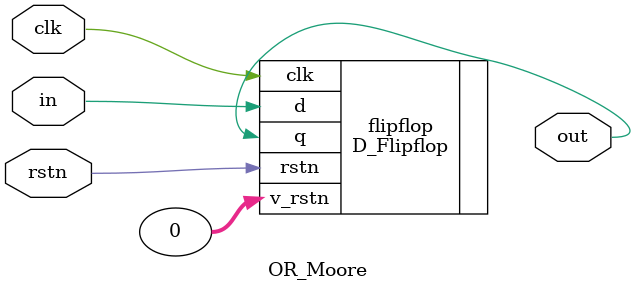
<source format=v>
`timescale 1ns / 1ps


module OR_Moore(
    input in,
    input clk,
    input rstn,
    output out
    );
    D_Flipflop flipflop(
        .d (in),
        .clk (clk),
        .rstn (rstn),
        .v_rstn (0),
        .q(out)
    );
endmodule

</source>
